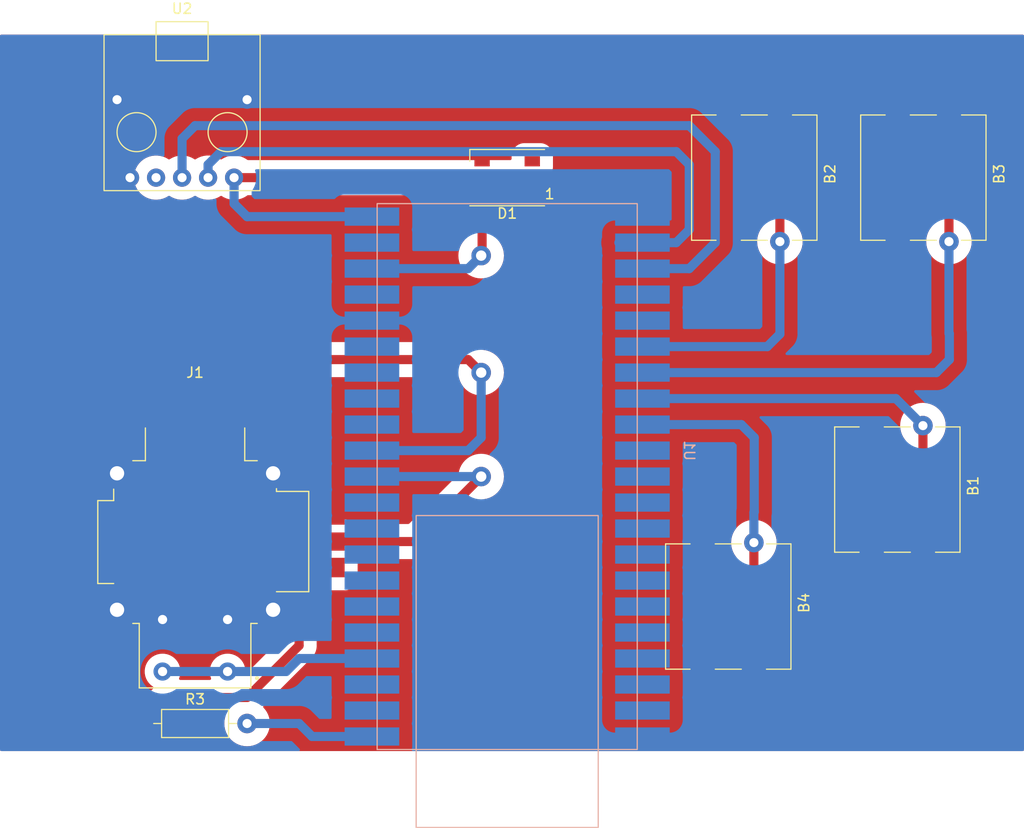
<source format=kicad_pcb>
(kicad_pcb (version 20211014) (generator pcbnew)
  (layers (0 "F.Cu" signal) (31 "B.Cu" signal) (34 "B.Paste" user) (35 "F.Paste" user) (36 "B.SilkS" user "B.Silkscreen") (37 "F.SilkS" user "F.Silkscreen") (38 "B.Mask" user) (39 "F.Mask" user) (44 "Edge.Cuts" user))
  (net 0 "")
  (net 1 "GND")
  (net 2 "Net-(J1-PadH1)")
  (net 3 "+3V3")
  (net 4 "+5V")
  (net 6 "LED")
  (net 7 "J1H")
  (net 8 "J1V")
  (net 9 "J1B")
  (net 10 "USB-")
  (net 11 "USB+")
  (net 40 "B1")
  (net 41 "B2")
  (net 42 "B3")
  (net 43 "B4")
  (footprint "MXPAD:FSM103A-SMD" (layer "F.Cu") (at 124.4981 95.1484 90)
    (fp_text reference "B4" (at 6.604 9.906 90) (layer "F.SilkS"))
    (fp_text value "FSM103A")
    (fp_line (start 12.3698 3.77591) (end 12.3698 1.22789) (layer "F.SilkS") (width 0.12))
    (fp_line (start 0.127 6.23169) (end 0.127 8.6233) (layer "F.SilkS") (width 0.12))
    (fp_line (start 12.3698 -3.6195) (end 0.127 -3.6195) (layer "F.SilkS") (width 0.12))
    (fp_line (start 12.3698 -1.22789) (end 12.3698 -3.6195) (layer "F.SilkS") (width 0.12))
    (fp_line (start 0.127 -3.6195) (end 0.127 -1.23444) (layer "F.SilkS") (width 0.12))
    (fp_line (start 0.127 8.6233) (end 12.3698 8.6233) (layer "F.SilkS") (width 0.12))
    (fp_line (start 12.3698 8.6233) (end 12.3698 6.23169) (layer "F.SilkS") (width 0.12))
    (fp_line (start 0.127 1.23444) (end 0.127 3.77591) (layer "F.SilkS") (width 0.12))
    (pad "1" smd rect (at 0 0 90) (size 7.112 1.778) (drill (offset -2.413 0)) (layers "F.Cu" "F.Paste" "F.Mask") (net 1 "GND"))
    (pad "2" smd rect (at 0 5.0038 90) (size 7.112 1.778) (drill (offset -2.413 0)) (layers "F.Cu" "F.Paste" "F.Mask") (net 43 "B4"))
    (pad "3" thru_hole circle (at 12.4968 5.0038 90) (size 1.905 1.905) (drill 0.889) (layers *.Cu *.Mask) (net 43 "B4"))
    (pad "4" smd rect (at 12.4968 0 90) (size 7.112 1.778) (drill (offset 2.413 0)) (layers "F.Cu" "F.Paste" "F.Mask") (net 1 "GND"))
  )
  (footprint "MXPAD:FSM103A-SMD" (layer "F.Cu") (at 141.0081 83.7184 90)
    (fp_text reference "B1" (at 6.604 9.906 90) (layer "F.SilkS"))
    (fp_text value "FSM103A")
    (fp_line (start 0.127 6.23169) (end 0.127 8.6233) (layer "F.SilkS") (width 0.12))
    (fp_line (start 0.127 8.6233) (end 12.3698 8.6233) (layer "F.SilkS") (width 0.12))
    (fp_line (start 12.3698 3.77591) (end 12.3698 1.22789) (layer "F.SilkS") (width 0.12))
    (fp_line (start 12.3698 -1.22789) (end 12.3698 -3.6195) (layer "F.SilkS") (width 0.12))
    (fp_line (start 0.127 1.23444) (end 0.127 3.77591) (layer "F.SilkS") (width 0.12))
    (fp_line (start 12.3698 -3.6195) (end 0.127 -3.6195) (layer "F.SilkS") (width 0.12))
    (fp_line (start 12.3698 8.6233) (end 12.3698 6.23169) (layer "F.SilkS") (width 0.12))
    (fp_line (start 0.127 -3.6195) (end 0.127 -1.23444) (layer "F.SilkS") (width 0.12))
    (pad "1" smd rect (at 0 0 90) (size 7.112 1.778) (drill (offset -2.413 0)) (layers "F.Cu" "F.Paste" "F.Mask") (net 1 "GND"))
    (pad "2" smd rect (at 0 5.0038 90) (size 7.112 1.778) (drill (offset -2.413 0)) (layers "F.Cu" "F.Paste" "F.Mask") (net 40 "B1"))
    (pad "3" thru_hole circle (at 12.4968 5.0038 90) (size 1.905 1.905) (drill 0.889) (layers *.Cu *.Mask) (net 40 "B1"))
    (pad "4" smd rect (at 12.4968 0 90) (size 7.112 1.778) (drill (offset 2.413 0)) (layers "F.Cu" "F.Paste" "F.Mask") (net 1 "GND"))
  )
  (footprint "MXPAD:COM-09032-SMD" (layer "F.Cu") (at 74.93 82.55 180)
    (fp_text reference "J1" (at 0 16.51) (layer "F.SilkS"))
    (fp_text value "COM-09032")
    (fp_line (start 6.08 7.9) (end 4.85 7.9) (layer "F.SilkS") (width 0.127))
    (fp_line (start -5.45 -14.3) (end 5.45 -14.3) (layer "F.SilkS") (width 0.127))
    (fp_line (start 5.45 -8) (end 6.08 -8) (layer "F.SilkS") (width 0.127))
    (fp_line (start 4.85 7.9) (end 4.85 11.1) (layer "F.SilkS") (width 0.127))
    (fp_line (start 9.5 4) (end 7.95 4) (layer "F.SilkS") (width 0.127))
    (fp_line (start -11.1 4.9) (end -11.1 -4.9) (layer "F.SilkS") (width 0.127))
    (fp_line (start 7.95 4) (end 7.95 5.12) (layer "F.SilkS") (width 0.127))
    (fp_line (start -11.1 -4.9) (end -7.95 -4.9) (layer "F.SilkS") (width 0.127))
    (fp_line (start -4.85 7.9) (end -6.07 7.9) (layer "F.SilkS") (width 0.127))
    (fp_line (start -4.85 11.1) (end -4.85 7.9) (layer "F.SilkS") (width 0.127))
    (fp_line (start -7.95 4.9) (end -11.1 4.9) (layer "F.SilkS") (width 0.127))
    (fp_line (start 5.45 -14.3) (end 5.45 -8) (layer "F.SilkS") (width 0.127))
    (fp_line (start -7.95 5.17) (end -7.95 4.9) (layer "F.SilkS") (width 0.127))
    (fp_line (start 9.5 -4.1) (end 9.5 4) (layer "F.SilkS") (width 0.127))
    (fp_line (start -5.45 -8) (end -5.45 -14.3) (layer "F.SilkS") (width 0.127))
    (fp_line (start 7.95 -4.1) (end 9.5 -4.1) (layer "F.SilkS") (width 0.127))
    (fp_line (start -6.07 -8) (end -5.45 -8) (layer "F.SilkS") (width 0.127))
    (fp_circle (center -6.05 -13.35) (end -5.95 -13.35) (layer "F.SilkS") (width 0.2) (fill none))
    (pad "B1A" thru_hole circle (at -3.175 -12.7 180) (size 1.778 1.778) (drill 0.9) (layers *.Cu *.Mask) (remove_unused_layers) (net 9 "J1B"))
    (pad "B1B" thru_hole circle (at 3.175 -12.7 180) (size 1.778 1.778) (drill 0.9) (layers *.Cu *.Mask) (remove_unused_layers) (net 9 "J1B"))
    (pad "B2A" thru_hole circle (at -3.175 -7.62 180) (size 1.778 1.778) (drill 0.9) (layers *.Cu *.Mask) (remove_unused_layers) (net 1 "GND"))
    (pad "B2B" thru_hole circle (at 3.175 -7.62 180) (size 1.778 1.778) (drill 0.9) (layers *.Cu *.Mask) (remove_unused_layers) (net 1 "GND"))
    (pad "H1" smd rect (at -2.54 10.16 180) (size 1.778 5.334) (drill (offset 0 1.778)) (layers "F.Cu" "F.Paste" "F.Mask") (net 2 "Net-(J1-PadH1)"))
    (pad "H2" smd rect (at 0 10.16 180) (size 1.778 5.334) (drill (offset 0 1.778)) (layers "F.Cu" "F.Paste" "F.Mask") (net 7 "J1H"))
    (pad "H3" smd rect (at 2.54 10.16 180) (size 1.778 5.334) (drill (offset 0 1.778)) (layers "F.Cu" "F.Paste" "F.Mask") (net 1 "GND"))
    (pad "S1" thru_hole circle (at -7.62 -6.6675 180) (size 2.286 2.286) (drill 1.397) (layers *.Cu *.Mask) (remove_unused_layers) (net 1 "GND"))
    (pad "S2" thru_hole circle (at -7.62 6.6675 180) (size 2.286 2.286) (drill 1.397) (layers *.Cu *.Mask) (remove_unused_layers) (net 1 "GND"))
    (pad "S3" thru_hole circle (at 7.62 6.6675 180) (size 2.286 2.286) (drill 1.397) (layers *.Cu *.Mask) (remove_unused_layers) (net 1 "GND"))
    (pad "S4" thru_hole circle (at 7.62 -6.6675 180) (size 2.286 2.286) (drill 1.397) (layers *.Cu *.Mask) (remove_unused_layers) (net 1 "GND"))
    (pad "V1" smd rect (at -10.16 -2.54 180) (size 5.334 1.905) (drill (offset -1.778 0)) (layers "F.Cu" "F.Paste" "F.Mask") (net 2 "Net-(J1-PadH1)"))
    (pad "V2" smd rect (at -10.16 0 180) (size 5.334 1.778) (drill (offset -1.778 0)) (layers "F.Cu" "F.Paste" "F.Mask") (net 8 "J1V"))
    (pad "V3" smd rect (at -10.16 2.54 180) (size 5.334 1.778) (drill (offset -1.778 0)) (layers "F.Cu" "F.Paste" "F.Mask") (net 1 "GND"))
  )
  (footprint "Resistor_THT:R_Axial_DIN0207_L6.3mm_D2.5mm_P10.16mm_Horizontal" (layer "F.Cu") (at 69.85 100.33)
    (fp_text reference "R3" (at 5.08 -2.37) (layer "F.SilkS"))
    (fp_text value "1K")
    (fp_line (start 9.12 0) (end 8.35 0) (layer "F.SilkS") (width 0.12))
    (fp_line (start 1.81 -1.37) (end 1.81 1.37) (layer "F.SilkS") (width 0.12))
    (fp_line (start 1.81 1.37) (end 8.35 1.37) (layer "F.SilkS") (width 0.12))
    (fp_line (start 8.35 1.37) (end 8.35 -1.37) (layer "F.SilkS") (width 0.12))
    (fp_line (start 8.35 -1.37) (end 1.81 -1.37) (layer "F.SilkS") (width 0.12))
    (fp_line (start 1.04 0) (end 1.81 0) (layer "F.SilkS") (width 0.12))
    (pad "1" smd rect (at 0 0) (size 2.54 1.6) (layers "F.Cu" "F.Paste" "F.Mask") (net 2 "Net-(J1-PadH1)"))
    (pad "2" thru_hole circle (at 10.16 0) (size 1.905 1.905) (drill 0.889) (layers *.Cu *.Mask) (net 3 "+3V3"))
  )
  (footprint "MXPAD:FSM103A-SMD" (layer "F.Cu") (at 143.5481 53.2384 90)
    (fp_text reference "B3" (at 6.604 9.906 90) (layer "F.SilkS"))
    (fp_text value "FSM103A")
    (fp_line (start 0.127 6.23169) (end 0.127 8.6233) (layer "F.SilkS") (width 0.12))
    (fp_line (start 12.3698 3.77591) (end 12.3698 1.22789) (layer "F.SilkS") (width 0.12))
    (fp_line (start 12.3698 -3.6195) (end 0.127 -3.6195) (layer "F.SilkS") (width 0.12))
    (fp_line (start 12.3698 -1.22789) (end 12.3698 -3.6195) (layer "F.SilkS") (width 0.12))
    (fp_line (start 0.127 8.6233) (end 12.3698 8.6233) (layer "F.SilkS") (width 0.12))
    (fp_line (start 12.3698 8.6233) (end 12.3698 6.23169) (layer "F.SilkS") (width 0.12))
    (fp_line (start 0.127 1.23444) (end 0.127 3.77591) (layer "F.SilkS") (width 0.12))
    (fp_line (start 0.127 -3.6195) (end 0.127 -1.23444) (layer "F.SilkS") (width 0.12))
    (pad "1" smd rect (at 0 0 90) (size 7.112 1.778) (drill (offset -2.413 0)) (layers "F.Cu" "F.Paste" "F.Mask") (net 1 "GND"))
    (pad "2" thru_hole circle (at 0 5.0038 90) (size 1.905 1.905) (drill 0.889) (layers *.Cu *.Mask) (net 42 "B3"))
    (pad "3" smd rect (at 12.4968 5.0038 90) (size 7.112 1.778) (drill (offset 2.413 0)) (layers "F.Cu" "F.Paste" "F.Mask") (net 42 "B3"))
    (pad "4" smd rect (at 12.4968 0 90) (size 7.112 1.778) (drill (offset 2.413 0)) (layers "F.Cu" "F.Paste" "F.Mask") (net 1 "GND"))
  )
  (footprint "MXPAD:MicroUSB" (layer "F.Cu") (at 73.66 41.91)
    (fp_text reference "U2" (at 0 -11.43 unlocked) (layer "F.SilkS"))
    (fp_text value "MicroUSB")
    (fp_rect (start -7.62 -8.89) (end 7.62 6.35) (layer "F.SilkS") (width 0.12) (fill none))
    (fp_rect (start -2.54 -10.16) (end 2.54 -6.35) (layer "F.SilkS") (width 0.12) (fill none))
    (fp_circle (center -4.445 0.635) (end -2.54 0.635) (layer "F.SilkS") (width 0.12) (fill none))
    (fp_circle (center 4.445 0.635) (end 6.35 0.635) (layer "F.SilkS") (width 0.12) (fill none))
    (pad "1" thru_hole circle (at -5.08 5.08) (size 1.778 1.778) (drill 0.889) (layers *.Cu *.Mask) (net 1 "GND"))
    (pad "2" thru_hole circle (at -2.54 5.08) (size 1.778 1.778) (drill 0.889) (layers *.Cu *.Mask))
    (pad "3" thru_hole circle (at 0 5.08) (size 1.778 1.778) (drill 0.889) (layers *.Cu *.Mask) (net 11 "USB+"))
    (pad "4" thru_hole circle (at 2.54 5.08) (size 1.778 1.778) (drill 0.889) (layers *.Cu *.Mask) (net 10 "USB-"))
    (pad "5" thru_hole circle (at 5.08 5.08) (size 1.778 1.778) (drill 0.889) (layers *.Cu *.Mask) (net 4 "+5V"))
    (pad "6" thru_hole circle (at 6.35 -2.54) (size 1.778 1.778) (drill 0.889) (layers *.Cu *.Mask) (net 1 "GND"))
    (pad "7" thru_hole circle (at -6.35 -2.54) (size 1.778 1.778) (drill 0.889) (layers *.Cu *.Mask) (net 1 "GND"))
  )
  (footprint "MXPAD:FSM103A-SMD" (layer "F.Cu") (at 127.0381 53.2384 90)
    (fp_text reference "B2" (at 6.604 9.906 90) (layer "F.SilkS"))
    (fp_text value "FSM103A")
    (fp_line (start 12.3698 8.6233) (end 12.3698 6.23169) (layer "F.SilkS") (width 0.12))
    (fp_line (start 0.127 6.23169) (end 0.127 8.6233) (layer "F.SilkS") (width 0.12))
    (fp_line (start 0.127 1.23444) (end 0.127 3.77591) (layer "F.SilkS") (width 0.12))
    (fp_line (start 0.127 -3.6195) (end 0.127 -1.23444) (layer "F.SilkS") (width 0.12))
    (fp_line (start 0.127 8.6233) (end 12.3698 8.6233) (layer "F.SilkS") (width 0.12))
    (fp_line (start 12.3698 -3.6195) (end 0.127 -3.6195) (layer "F.SilkS") (width 0.12))
    (fp_line (start 12.3698 3.77591) (end 12.3698 1.22789) (layer "F.SilkS") (width 0.12))
    (fp_line (start 12.3698 -1.22789) (end 12.3698 -3.6195) (layer "F.SilkS") (width 0.12))
    (pad "1" smd rect (at 0 0 90) (size 7.112 1.778) (drill (offset -2.413 0)) (layers "F.Cu" "F.Paste" "F.Mask") (net 1 "GND"))
    (pad "2" thru_hole circle (at 0 5.0038 90) (size 1.905 1.905) (drill 0.889) (layers *.Cu *.Mask) (remove_unused_layers) (net 41 "B2"))
    (pad "3" smd rect (at 12.4968 5.0038 90) (size 7.112 1.778) (drill (offset 2.413 0)) (layers "F.Cu" "F.Paste" "F.Mask") (net 41 "B2"))
    (pad "4" smd rect (at 12.4968 0 90) (size 7.112 1.778) (drill (offset 2.413 0)) (layers "F.Cu" "F.Paste" "F.Mask") (net 1 "GND"))
  )
  (footprint "LED_SMD:LED_WS2812B_PLCC4_5.0x5.0mm_P3.2mm" (layer "F.Cu") (at 105.41 46.99 180)
    (fp_text reference "D1" (at 0 -3.5) (layer "F.SilkS"))
    (fp_text value "WS2812B")
    (fp_text user "1" (at -4.15 -1.6) (layer "F.SilkS"))
    (fp_line (start -3.65 -2.75) (end 3.65 -2.75) (layer "F.SilkS") (width 0.12))
    (fp_line (start 3.65 2.75) (end 3.65 1.6) (layer "F.SilkS") (width 0.12))
    (fp_line (start -3.65 2.75) (end 3.65 2.75) (layer "F.SilkS") (width 0.12))
    (pad "1" smd rect (at -2.45 -1.6 180) (size 1.5 1) (layers "F.Cu" "F.Paste" "F.Mask") (net 4 "+5V"))
    (pad "2" smd rect (at -2.45 1.6 180) (size 1.5 1) (layers "F.Cu" "F.Paste" "F.Mask"))
    (pad "3" smd rect (at 2.45 1.6 180) (size 1.5 1) (layers "F.Cu" "F.Paste" "F.Mask") (net 1 "GND"))
    (pad "4" smd rect (at 2.45 -1.6 180) (size 1.5 1) (layers "F.Cu" "F.Paste" "F.Mask") (net 6 "LED"))
  )
  (footprint "MXPAD:NodeMCU-12K-SMD" (layer "B.Cu") (at 105.41 73.66)
    (fp_text reference "U1" (at 17.78 0 -90 unlocked) (layer "B.SilkS") (effects (justify mirror)))
    (fp_text value "NodeMCU-12K")
    (fp_rect (start -12.7 29.21) (end 12.7 -24.13) (layer "B.SilkS") (width 0.12) (fill none))
    (fp_rect (start -8.89 36.83) (end 8.89 6.35) (layer "B.SilkS") (width 0.12) (fill none))
    (pad "1" smd rect (at -11.43 27.94) (size 5.334 1.778) (drill (offset -1.778 0)) (layers "B.Cu" "B.Paste" "B.Mask") (net 3 "+3V3"))
    (pad "2" smd rect (at -11.43 25.4) (size 5.334 1.778) (drill (offset -1.778 0)) (layers "B.Cu" "B.Paste" "B.Mask"))
    (pad "3" smd rect (at -11.43 22.86) (size 5.334 1.778) (drill (offset -1.778 0)) (layers "B.Cu" "B.Paste" "B.Mask"))
    (pad "4" smd rect (at -11.43 20.32) (size 5.334 1.778) (drill (offset -1.778 0)) (layers "B.Cu" "B.Paste" "B.Mask") (net 9 "J1B"))
    (pad "5" smd rect (at -11.43 17.78) (size 5.334 1.778) (drill (offset -1.778 0)) (layers "B.Cu" "B.Paste" "B.Mask"))
    (pad "6" smd rect (at -11.43 15.24) (size 5.334 1.778) (drill (offset -1.778 0)) (layers "B.Cu" "B.Paste" "B.Mask"))
    (pad "7" smd rect (at -11.43 12.7) (size 5.334 1.778) (drill (offset -1.778 0)) (layers "B.Cu" "B.Paste" "B.Mask"))
    (pad "8" smd rect (at -11.43 10.16) (size 5.334 1.778) (drill (offset -1.778 0)) (layers "B.Cu" "B.Paste" "B.Mask"))
    (pad "9" smd rect (at -11.43 7.62) (size 5.334 1.778) (drill (offset -1.778 0)) (layers "B.Cu" "B.Paste" "B.Mask"))
    (pad "10" smd rect (at -11.43 5.08) (size 5.334 1.778) (drill (offset -1.778 0)) (layers "B.Cu" "B.Paste" "B.Mask"))
    (pad "11" smd rect (at -11.43 2.54) (size 5.334 1.778) (drill (offset -1.778 0)) (layers "B.Cu" "B.Paste" "B.Mask") (net 8 "J1V"))
    (pad "12" smd rect (at -11.43 0) (size 5.334 1.778) (drill (offset -1.778 0)) (layers "B.Cu" "B.Paste" "B.Mask") (net 7 "J1H"))
    (pad "13" smd rect (at -11.43 -2.54) (size 5.334 1.778) (drill (offset -1.778 0)) (layers "B.Cu" "B.Paste" "B.Mask"))
    (pad "14" smd rect (at -11.43 -5.08) (size 5.334 1.778) (drill (offset -1.778 0)) (layers "B.Cu" "B.Paste" "B.Mask"))
    (pad "15" smd rect (at -11.43 -7.62) (size 5.334 1.778) (drill (offset -1.778 0)) (layers "B.Cu" "B.Paste" "B.Mask"))
    (pad "16" smd rect (at -11.43 -10.16) (size 5.334 1.778) (drill (offset -1.778 0)) (layers "B.Cu" "B.Paste" "B.Mask"))
    (pad "17" smd rect (at -11.43 -12.7) (size 5.334 1.778) (drill (offset -1.778 0)) (layers "B.Cu" "B.Paste" "B.Mask") (net 1 "GND"))
    (pad "18" smd rect (at -11.43 -15.24) (size 5.334 1.778) (drill (offset -1.778 0)) (layers "B.Cu" "B.Paste" "B.Mask"))
    (pad "19" smd rect (at -11.43 -17.78) (size 5.334 1.778) (drill (offset -1.778 0)) (layers "B.Cu" "B.Paste" "B.Mask") (net 6 "LED"))
    (pad "20" smd rect (at -11.43 -20.32) (size 5.334 1.778) (drill (offset -1.778 0)) (layers "B.Cu" "B.Paste" "B.Mask"))
    (pad "21" smd rect (at -11.43 -22.86) (size 5.334 1.778) (drill (offset -1.778 0)) (layers "B.Cu" "B.Paste" "B.Mask") (net 4 "+5V"))
    (pad "22" smd rect (at 11.43 -22.86) (size 5.334 1.778) (drill (offset 1.778 0)) (layers "B.Cu" "B.Paste" "B.Mask") (net 1 "GND"))
    (pad "23" smd rect (at 11.43 -20.32) (size 5.334 1.778) (drill (offset 1.778 0)) (layers "B.Cu" "B.Paste" "B.Mask") (net 10 "USB-"))
    (pad "24" smd rect (at 11.43 -17.78) (size 5.334 1.778) (drill (offset 1.778 0)) (layers "B.Cu" "B.Paste" "B.Mask") (net 11 "USB+"))
    (pad "25" smd rect (at 11.43 -15.24) (size 5.334 1.778) (drill (offset 1.778 0)) (layers "B.Cu" "B.Paste" "B.Mask"))
    (pad "26" smd rect (at 11.43 -12.7) (size 5.334 1.778) (drill (offset 1.778 0)) (layers "B.Cu" "B.Paste" "B.Mask"))
    (pad "27" smd rect (at 11.43 -10.16) (size 5.334 1.778) (drill (offset 1.778 0)) (layers "B.Cu" "B.Paste" "B.Mask") (net 41 "B2"))
    (pad "28" smd rect (at 11.43 -7.62) (size 5.334 1.778) (drill (offset 1.778 0)) (layers "B.Cu" "B.Paste" "B.Mask") (net 42 "B3"))
    (pad "29" smd rect (at 11.43 -5.08) (size 5.334 1.778) (drill (offset 1.778 0)) (layers "B.Cu" "B.Paste" "B.Mask") (net 40 "B1"))
    (pad "30" smd rect (at 11.43 -2.54) (size 5.334 1.778) (drill (offset 1.778 0)) (layers "B.Cu" "B.Paste" "B.Mask") (net 43 "B4"))
    (pad "31" smd rect (at 11.43 0) (size 5.334 1.778) (drill (offset 1.778 0)) (layers "B.Cu" "B.Paste" "B.Mask"))
    (pad "32" smd rect (at 11.43 2.54) (size 5.334 1.778) (drill (offset 1.778 0)) (layers "B.Cu" "B.Paste" "B.Mask"))
    (pad "33" smd rect (at 11.43 5.08) (size 5.334 1.778) (drill (offset 1.778 0)) (layers "B.Cu" "B.Paste" "B.Mask"))
    (pad "34" smd rect (at 11.43 7.62) (size 5.334 1.778) (drill (offset 1.778 0)) (layers "B.Cu" "B.Paste" "B.Mask"))
    (pad "35" smd rect (at 11.43 10.16) (size 5.334 1.778) (drill (offset 1.778 0)) (layers "B.Cu" "B.Paste" "B.Mask"))
    (pad "36" smd rect (at 11.43 12.7) (size 5.334 1.778) (drill (offset 1.778 0)) (layers "B.Cu" "B.Paste" "B.Mask"))
    (pad "37" smd rect (at 11.43 15.24) (size 5.334 1.778) (drill (offset 1.778 0)) (layers "B.Cu" "B.Paste" "B.Mask"))
    (pad "38" smd rect (at 11.43 17.78) (size 5.334 1.778) (drill (offset 1.778 0)) (layers "B.Cu" "B.Paste" "B.Mask"))
    (pad "39" smd rect (at 11.43 20.32) (size 5.334 1.778) (drill (offset 1.778 0)) (layers "B.Cu" "B.Paste" "B.Mask"))
    (pad "40" smd rect (at 11.43 22.86) (size 5.334 1.778) (drill (offset 1.778 0)) (layers "B.Cu" "B.Paste" "B.Mask"))
    (pad "41" smd rect (at 11.43 25.4) (size 5.334 1.778) (drill (offset 1.778 0)) (layers "B.Cu" "B.Paste" "B.Mask"))
    (pad "42" smd rect (at 11.43 27.94) (size 5.334 1.778) (drill (offset 1.778 0)) (layers "B.Cu" "B.Paste" "B.Mask") (net 1 "GND"))
  )
  (segment (start 72.39 97.79) (end 69.85 100.33) (width 0.889) (layer "F.Cu") (net 2))
  (segment (start 84.563978 85.09) (end 77.47 77.996022) (width 0.889) (layer "F.Cu") (net 2))
  (segment (start 77.47 77.996022) (end 77.47 72.39) (width 0.889) (layer "F.Cu") (net 2))
  (segment (start 80.01 97.79) (end 72.39 97.79) (width 0.889) (layer "F.Cu") (net 2))
  (segment (start 85.09 85.09) (end 86.36 85.09) (width 0.889) (layer "F.Cu") (net 2))
  (segment (start 85.09 92.71) (end 80.01 97.79) (width 0.889) (layer "F.Cu") (net 2))
  (segment (start 85.09 85.09) (end 85.09 92.71) (width 0.889) (layer "F.Cu") (net 2))
  (segment (start 85.09 85.09) (end 84.563978 85.09) (width 0.889) (layer "F.Cu") (net 2))
  (segment (start 85.09 100.33) (end 86.36 101.6) (width 0.889) (layer "B.Cu") (net 3))
  (segment (start 86.36 101.6) (end 93.98 101.6) (width 0.889) (layer "B.Cu") (net 3))
  (segment (start 80.01 100.33) (end 85.09 100.33) (width 0.889) (layer "B.Cu") (net 3))
  (segment (start 106.26 46.99) (end 107.86 48.59) (width 0.889) (layer "F.Cu") (net 4))
  (segment (start 78.74 46.99) (end 106.26 46.99) (width 0.889) (layer "F.Cu") (net 4))
  (segment (start 80.01 50.8) (end 78.74 49.53) (width 0.889) (layer "B.Cu") (net 4))
  (segment (start 78.74 49.53) (end 78.74 46.99) (width 0.889) (layer "B.Cu") (net 4))
  (segment (start 93.98 50.8) (end 80.01 50.8) (width 0.889) (layer "B.Cu") (net 4))
  (segment (start 102.96 48.59) (end 102.96 54.52) (width 0.889) (layer "F.Cu") (net 6))
  (segment (start 102.96 54.52) (end 102.87 54.61) (width 0.889) (layer "F.Cu") (net 6))
  (via (at 102.87 54.61) (size 1.905) (drill 1.016) (layers "F.Cu" "B.Cu") (net 6))
  (segment (start 93.98 55.88) (end 101.6 55.88) (width 0.889) (layer "B.Cu") (net 6))
  (segment (start 101.6 55.88) (end 102.87 54.61) (width 0.889) (layer "B.Cu") (net 6))
  (segment (start 74.93 66.04) (end 74.93 72.39) (width 0.889) (layer "F.Cu") (net 7))
  (segment (start 102.87 66.04) (end 101.6 64.77) (width 0.889) (layer "F.Cu") (net 7))
  (segment (start 76.2 64.77) (end 74.93 66.04) (width 0.889) (layer "F.Cu") (net 7))
  (segment (start 101.6 64.77) (end 76.2 64.77) (width 0.889) (layer "F.Cu") (net 7))
  (via (at 102.87 66.04) (size 1.905) (drill 1.016) (layers "F.Cu" "B.Cu") (net 7))
  (segment (start 102.87 72.39) (end 101.6 73.66) (width 0.889) (layer "B.Cu") (net 7))
  (segment (start 102.87 66.04) (end 102.87 72.39) (width 0.889) (layer "B.Cu") (net 7))
  (segment (start 101.6 73.66) (end 93.98 73.66) (width 0.889) (layer "B.Cu") (net 7))
  (segment (start 102.87 76.2) (end 96.52 82.55) (width 0.889) (layer "F.Cu") (net 8))
  (segment (start 96.52 82.55) (end 85.09 82.55) (width 0.889) (layer "F.Cu") (net 8))
  (via (at 102.87 76.2) (size 1.905) (drill 1.016) (layers "F.Cu" "B.Cu") (net 8))
  (segment (start 102.87 76.2) (end 93.98 76.2) (width 0.889) (layer "B.Cu") (net 8))
  (segment (start 78.105 95.25) (end 83.82 95.25) (width 0.889) (layer "B.Cu") (net 9))
  (segment (start 83.82 95.25) (end 85.09 93.98) (width 0.889) (layer "B.Cu") (net 9))
  (segment (start 85.09 93.98) (end 93.98 93.98) (width 0.889) (layer "B.Cu") (net 9))
  (segment (start 71.755 95.25) (end 78.105 95.25) (width 0.889) (layer "B.Cu") (net 9))
  (segment (start 121.92 53.34) (end 123.19 52.07) (width 0.889) (layer "B.Cu") (net 10))
  (segment (start 76.2 45.72) (end 76.2 46.99) (width 0.889) (layer "B.Cu") (net 10))
  (segment (start 121.92 44.45) (end 77.47 44.45) (width 0.889) (layer "B.Cu") (net 10))
  (segment (start 116.84 53.34) (end 116.313978 53.34) (width 0.889) (layer "B.Cu") (net 10))
  (segment (start 116.84 53.34) (end 121.92 53.34) (width 0.889) (layer "B.Cu") (net 10))
  (segment (start 123.19 45.72) (end 121.92 44.45) (width 0.889) (layer "B.Cu") (net 10))
  (segment (start 123.19 52.07) (end 123.19 45.72) (width 0.889) (layer "B.Cu") (net 10))
  (segment (start 77.47 44.45) (end 76.2 45.72) (width 0.889) (layer "B.Cu") (net 10))
  (segment (start 125.73 53.34) (end 125.73 44.45) (width 0.889) (layer "B.Cu") (net 11))
  (segment (start 73.66 43.18) (end 73.66 46.99) (width 0.889) (layer "B.Cu") (net 11))
  (segment (start 116.84 55.88) (end 123.19 55.88) (width 0.889) (layer "B.Cu") (net 11))
  (segment (start 125.73 44.45) (end 123.19 41.91) (width 0.889) (layer "B.Cu") (net 11))
  (segment (start 123.19 41.91) (end 74.93 41.91) (width 0.889) (layer "B.Cu") (net 11))
  (segment (start 74.93 41.91) (end 73.66 43.18) (width 0.889) (layer "B.Cu") (net 11))
  (segment (start 123.19 55.88) (end 125.73 53.34) (width 0.889) (layer "B.Cu") (net 11))
  (segment (start 146.0119 83.7184) (end 146.0119 71.2216) (width 0.889) (layer "F.Cu") (net 40))
  (segment (start 146.0119 71.2216) (end 143.3703 68.58) (width 0.889) (layer "B.Cu") (net 40))
  (segment (start 143.3703 68.58) (end 116.84 68.58) (width 0.889) (layer "B.Cu") (net 40))
  (segment (start 132.0419 40.7416) (end 132.0419 53.2384) (width 0.889) (layer "F.Cu") (net 41))
  (segment (start 132.0419 53.2384) (end 132.0419 62.2681) (width 0.889) (layer "B.Cu") (net 41))
  (segment (start 132.0419 62.2681) (end 130.81 63.5) (width 0.889) (layer "B.Cu") (net 41))
  (segment (start 130.81 63.5) (end 116.84 63.5) (width 0.889) (layer "B.Cu") (net 41))
  (segment (start 148.5519 40.7416) (end 148.5519 53.2384) (width 0.889) (layer "F.Cu") (net 42))
  (segment (start 148.59 64.77) (end 147.32 66.04) (width 0.889) (layer "B.Cu") (net 42))
  (segment (start 148.59 53.34) (end 148.59 53.2765) (width 0.889) (layer "B.Cu") (net 42))
  (segment (start 148.59 53.2765) (end 148.5519 53.2384) (width 0.889) (layer "B.Cu") (net 42))
  (segment (start 148.59 62.23) (end 148.59 64.77) (width 0.889) (layer "B.Cu") (net 42))
  (segment (start 148.5519 53.3019) (end 148.5519 53.2384) (width 0.889) (layer "B.Cu") (net 42))
  (segment (start 148.5519 62.1919) (end 148.59 62.23) (width 0.889) (layer "B.Cu") (net 42))
  (segment (start 147.32 66.04) (end 116.84 66.04) (width 0.889) (layer "B.Cu") (net 42))
  (segment (start 148.59 53.34) (end 148.5519 53.3019) (width 0.889) (layer "B.Cu") (net 42))
  (segment (start 148.5519 53.2384) (end 148.5519 62.1919) (width 0.889) (layer "B.Cu") (net 42))
  (segment (start 129.5019 95.1484) (end 129.5019 82.6516) (width 0.889) (layer "F.Cu") (net 43))
  (segment (start 129.5019 79.699878) (end 129.54 79.661778) (width 0.889) (layer "B.Cu") (net 43))
  (segment (start 129.54 72.39) (end 128.27 71.12) (width 0.889) (layer "B.Cu") (net 43))
  (segment (start 129.54 79.661778) (end 129.54 72.39) (width 0.889) (layer "B.Cu") (net 43))
  (segment (start 128.27 71.12) (end 116.84 71.12) (width 0.889) (layer "B.Cu") (net 43))
  (segment (start 129.5019 82.6516) (end 129.5019 79.699878) (width 0.889) (layer "B.Cu") (net 43))
  (zone (net 1) (net_name "GND") (layers F&B.Cu) (connect_pads yes (clearance 1.27)) (min_thickness 0.254) (fill yes (thermal_gap 0.508) (thermal_bridge_width 0.508))
    (polygon (pts (xy 155.8798 103.0224) (xy 55.88 103.0224) (xy 55.88 33.02) (xy 155.8798 33.02)))
  )
)
</source>
